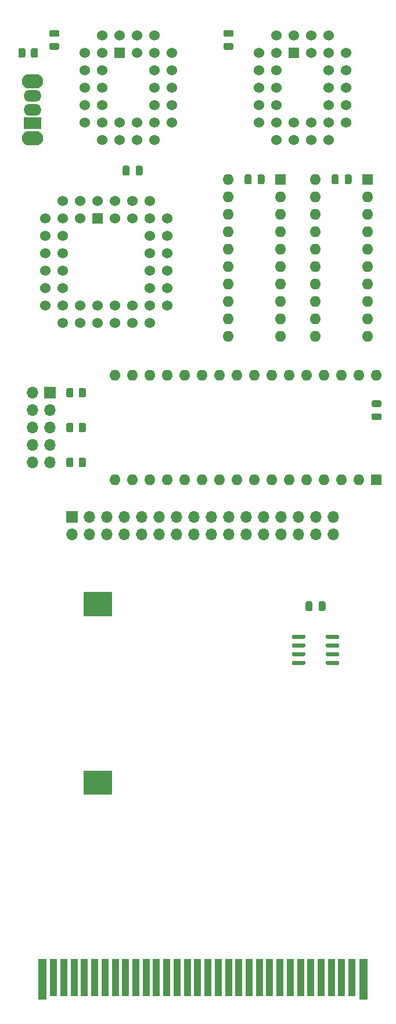
<source format=gts>
%TF.GenerationSoftware,KiCad,Pcbnew,(5.1.10-1-10_14)*%
%TF.CreationDate,2023-03-20T16:19:30+08:00*%
%TF.ProjectId,GB_MemoryBackup_Mainboard,47425f4d-656d-46f7-9279-4261636b7570,1.3*%
%TF.SameCoordinates,Original*%
%TF.FileFunction,Soldermask,Top*%
%TF.FilePolarity,Negative*%
%FSLAX46Y46*%
G04 Gerber Fmt 4.6, Leading zero omitted, Abs format (unit mm)*
G04 Created by KiCad (PCBNEW (5.1.10-1-10_14)) date 2023-03-20 16:19:30*
%MOMM*%
%LPD*%
G01*
G04 APERTURE LIST*
%ADD10O,1.700000X1.700000*%
%ADD11R,1.700000X1.700000*%
%ADD12O,1.600000X1.600000*%
%ADD13R,1.600000X1.600000*%
%ADD14C,1.524400*%
%ADD15R,1.300000X6.000000*%
%ADD16R,1.000000X5.500000*%
%ADD17O,3.102000X2.102000*%
%ADD18O,2.602000X1.702000*%
G04 APERTURE END LIST*
D10*
%TO.C,J4*%
X108650000Y-86660000D03*
X108650000Y-84120000D03*
X106110000Y-86660000D03*
X106110000Y-84120000D03*
X103570000Y-86660000D03*
X103570000Y-84120000D03*
X101030000Y-86660000D03*
X101030000Y-84120000D03*
X98490000Y-86660000D03*
X98490000Y-84120000D03*
X95950000Y-86660000D03*
X95950000Y-84120000D03*
X93410000Y-86660000D03*
X93410000Y-84120000D03*
X90870000Y-86660000D03*
X90870000Y-84120000D03*
X88330000Y-86660000D03*
X88330000Y-84120000D03*
X85790000Y-86660000D03*
X85790000Y-84120000D03*
X83250000Y-86660000D03*
X83250000Y-84120000D03*
X80710000Y-86660000D03*
X80710000Y-84120000D03*
X78170000Y-86660000D03*
X78170000Y-84120000D03*
X75630000Y-86660000D03*
X75630000Y-84120000D03*
X73090000Y-86660000D03*
X73090000Y-84120000D03*
X70550000Y-86660000D03*
D11*
X70550000Y-84120000D03*
%TD*%
D12*
%TO.C,U7*%
X93345000Y-34925000D03*
X100965000Y-57785000D03*
X93345000Y-37465000D03*
X100965000Y-55245000D03*
X93345000Y-40005000D03*
X100965000Y-52705000D03*
X93345000Y-42545000D03*
X100965000Y-50165000D03*
X93345000Y-45085000D03*
X100965000Y-47625000D03*
X93345000Y-47625000D03*
X100965000Y-45085000D03*
X93345000Y-50165000D03*
X100965000Y-42545000D03*
X93345000Y-52705000D03*
X100965000Y-40005000D03*
X93345000Y-55245000D03*
X100965000Y-37465000D03*
X93345000Y-57785000D03*
D13*
X100965000Y-34925000D03*
%TD*%
D12*
%TO.C,U6*%
X106045000Y-34925000D03*
X113665000Y-57785000D03*
X106045000Y-37465000D03*
X113665000Y-55245000D03*
X106045000Y-40005000D03*
X113665000Y-52705000D03*
X106045000Y-42545000D03*
X113665000Y-50165000D03*
X106045000Y-45085000D03*
X113665000Y-47625000D03*
X106045000Y-47625000D03*
X113665000Y-45085000D03*
X106045000Y-50165000D03*
X113665000Y-42545000D03*
X106045000Y-52705000D03*
X113665000Y-40005000D03*
X106045000Y-55245000D03*
X113665000Y-37465000D03*
X106045000Y-57785000D03*
D13*
X113665000Y-34925000D03*
%TD*%
%TO.C,U5*%
G36*
G01*
X107545000Y-101750000D02*
X107545000Y-101450000D01*
G75*
G02*
X107695000Y-101300000I150000J0D01*
G01*
X109345000Y-101300000D01*
G75*
G02*
X109495000Y-101450000I0J-150000D01*
G01*
X109495000Y-101750000D01*
G75*
G02*
X109345000Y-101900000I-150000J0D01*
G01*
X107695000Y-101900000D01*
G75*
G02*
X107545000Y-101750000I0J150000D01*
G01*
G37*
G36*
G01*
X107545000Y-103020000D02*
X107545000Y-102720000D01*
G75*
G02*
X107695000Y-102570000I150000J0D01*
G01*
X109345000Y-102570000D01*
G75*
G02*
X109495000Y-102720000I0J-150000D01*
G01*
X109495000Y-103020000D01*
G75*
G02*
X109345000Y-103170000I-150000J0D01*
G01*
X107695000Y-103170000D01*
G75*
G02*
X107545000Y-103020000I0J150000D01*
G01*
G37*
G36*
G01*
X107545000Y-104290000D02*
X107545000Y-103990000D01*
G75*
G02*
X107695000Y-103840000I150000J0D01*
G01*
X109345000Y-103840000D01*
G75*
G02*
X109495000Y-103990000I0J-150000D01*
G01*
X109495000Y-104290000D01*
G75*
G02*
X109345000Y-104440000I-150000J0D01*
G01*
X107695000Y-104440000D01*
G75*
G02*
X107545000Y-104290000I0J150000D01*
G01*
G37*
G36*
G01*
X107545000Y-105560000D02*
X107545000Y-105260000D01*
G75*
G02*
X107695000Y-105110000I150000J0D01*
G01*
X109345000Y-105110000D01*
G75*
G02*
X109495000Y-105260000I0J-150000D01*
G01*
X109495000Y-105560000D01*
G75*
G02*
X109345000Y-105710000I-150000J0D01*
G01*
X107695000Y-105710000D01*
G75*
G02*
X107545000Y-105560000I0J150000D01*
G01*
G37*
G36*
G01*
X102595000Y-105560000D02*
X102595000Y-105260000D01*
G75*
G02*
X102745000Y-105110000I150000J0D01*
G01*
X104395000Y-105110000D01*
G75*
G02*
X104545000Y-105260000I0J-150000D01*
G01*
X104545000Y-105560000D01*
G75*
G02*
X104395000Y-105710000I-150000J0D01*
G01*
X102745000Y-105710000D01*
G75*
G02*
X102595000Y-105560000I0J150000D01*
G01*
G37*
G36*
G01*
X102595000Y-104290000D02*
X102595000Y-103990000D01*
G75*
G02*
X102745000Y-103840000I150000J0D01*
G01*
X104395000Y-103840000D01*
G75*
G02*
X104545000Y-103990000I0J-150000D01*
G01*
X104545000Y-104290000D01*
G75*
G02*
X104395000Y-104440000I-150000J0D01*
G01*
X102745000Y-104440000D01*
G75*
G02*
X102595000Y-104290000I0J150000D01*
G01*
G37*
G36*
G01*
X102595000Y-103020000D02*
X102595000Y-102720000D01*
G75*
G02*
X102745000Y-102570000I150000J0D01*
G01*
X104395000Y-102570000D01*
G75*
G02*
X104545000Y-102720000I0J-150000D01*
G01*
X104545000Y-103020000D01*
G75*
G02*
X104395000Y-103170000I-150000J0D01*
G01*
X102745000Y-103170000D01*
G75*
G02*
X102595000Y-103020000I0J150000D01*
G01*
G37*
G36*
G01*
X102595000Y-101750000D02*
X102595000Y-101450000D01*
G75*
G02*
X102745000Y-101300000I150000J0D01*
G01*
X104395000Y-101300000D01*
G75*
G02*
X104545000Y-101450000I0J-150000D01*
G01*
X104545000Y-101750000D01*
G75*
G02*
X104395000Y-101900000I-150000J0D01*
G01*
X102745000Y-101900000D01*
G75*
G02*
X102595000Y-101750000I0J150000D01*
G01*
G37*
%TD*%
D12*
%TO.C,U4*%
X114935000Y-63500000D03*
X76835000Y-78740000D03*
X112395000Y-63500000D03*
X79375000Y-78740000D03*
X109855000Y-63500000D03*
X81915000Y-78740000D03*
X107315000Y-63500000D03*
X84455000Y-78740000D03*
X104775000Y-63500000D03*
X86995000Y-78740000D03*
X102235000Y-63500000D03*
X89535000Y-78740000D03*
X99695000Y-63500000D03*
X92075000Y-78740000D03*
X97155000Y-63500000D03*
X94615000Y-78740000D03*
X94615000Y-63500000D03*
X97155000Y-78740000D03*
X92075000Y-63500000D03*
X99695000Y-78740000D03*
X89535000Y-63500000D03*
X102235000Y-78740000D03*
X86995000Y-63500000D03*
X104775000Y-78740000D03*
X84455000Y-63500000D03*
X107315000Y-78740000D03*
X81915000Y-63500000D03*
X109855000Y-78740000D03*
X79375000Y-63500000D03*
X112395000Y-78740000D03*
X76835000Y-63500000D03*
D13*
X114935000Y-78740000D03*
%TD*%
D14*
%TO.C,U3*%
X66675000Y-40640000D03*
X66675000Y-43180000D03*
X66675000Y-45720000D03*
X66675000Y-48260000D03*
X66675000Y-50800000D03*
X69215000Y-38100000D03*
X69215000Y-43180000D03*
X69215000Y-45720000D03*
X69215000Y-48260000D03*
X69215000Y-50800000D03*
X69215000Y-53340000D03*
X69215000Y-55880000D03*
X71755000Y-55880000D03*
X74295000Y-55880000D03*
X76835000Y-55880000D03*
X79375000Y-55880000D03*
X81915000Y-55880000D03*
X66675000Y-53340000D03*
X71755000Y-53340000D03*
X74295000Y-53340000D03*
X76835000Y-53340000D03*
X79375000Y-53340000D03*
X81915000Y-53340000D03*
X84455000Y-53340000D03*
X84455000Y-50800000D03*
X84455000Y-48260000D03*
X84455000Y-45720000D03*
X84455000Y-43180000D03*
X84455000Y-40640000D03*
X81915000Y-50800000D03*
X81915000Y-48260000D03*
X81915000Y-45720000D03*
X81915000Y-43180000D03*
X81915000Y-40640000D03*
X71755000Y-38100000D03*
X74295000Y-38100000D03*
X81915000Y-38100000D03*
X79375000Y-38100000D03*
X76835000Y-38100000D03*
X69215000Y-40640000D03*
X71755000Y-40640000D03*
X79375000Y-40640000D03*
X76835000Y-40640000D03*
G36*
G01*
X75057200Y-39928800D02*
X75057200Y-41351200D01*
G75*
G02*
X75006200Y-41402200I-51000J0D01*
G01*
X73583800Y-41402200D01*
G75*
G02*
X73532800Y-41351200I0J51000D01*
G01*
X73532800Y-39928800D01*
G75*
G02*
X73583800Y-39877800I51000J0D01*
G01*
X75006200Y-39877800D01*
G75*
G02*
X75057200Y-39928800I0J-51000D01*
G01*
G37*
%TD*%
%TO.C,U2*%
X72390000Y-16510000D03*
X72390000Y-19050000D03*
X72390000Y-21590000D03*
X72390000Y-24130000D03*
X74930000Y-19050000D03*
X74930000Y-21590000D03*
X74930000Y-24130000D03*
X74930000Y-26670000D03*
X74930000Y-29210000D03*
X77470000Y-29210000D03*
X80010000Y-29210000D03*
X82550000Y-29210000D03*
X72390000Y-26670000D03*
X77470000Y-26670000D03*
X80010000Y-26670000D03*
X82550000Y-26670000D03*
X85090000Y-26670000D03*
X85090000Y-24130000D03*
X85090000Y-21590000D03*
X85090000Y-19050000D03*
X85090000Y-16510000D03*
X82550000Y-24130000D03*
X82550000Y-21590000D03*
X82550000Y-19050000D03*
X82550000Y-16510000D03*
X74930000Y-13970000D03*
X77470000Y-13970000D03*
X82550000Y-13970000D03*
X80010000Y-13970000D03*
X74930000Y-16510000D03*
X80010000Y-16510000D03*
G36*
G01*
X78232200Y-15798800D02*
X78232200Y-17221200D01*
G75*
G02*
X78181200Y-17272200I-51000J0D01*
G01*
X76758800Y-17272200D01*
G75*
G02*
X76707800Y-17221200I0J51000D01*
G01*
X76707800Y-15798800D01*
G75*
G02*
X76758800Y-15747800I51000J0D01*
G01*
X78181200Y-15747800D01*
G75*
G02*
X78232200Y-15798800I0J-51000D01*
G01*
G37*
%TD*%
%TO.C,U1*%
X97790000Y-16510000D03*
X97790000Y-19050000D03*
X97790000Y-21590000D03*
X97790000Y-24130000D03*
X100330000Y-19050000D03*
X100330000Y-21590000D03*
X100330000Y-24130000D03*
X100330000Y-26670000D03*
X100330000Y-29210000D03*
X102870000Y-29210000D03*
X105410000Y-29210000D03*
X107950000Y-29210000D03*
X97790000Y-26670000D03*
X102870000Y-26670000D03*
X105410000Y-26670000D03*
X107950000Y-26670000D03*
X110490000Y-26670000D03*
X110490000Y-24130000D03*
X110490000Y-21590000D03*
X110490000Y-19050000D03*
X110490000Y-16510000D03*
X107950000Y-24130000D03*
X107950000Y-21590000D03*
X107950000Y-19050000D03*
X107950000Y-16510000D03*
X100330000Y-13970000D03*
X102870000Y-13970000D03*
X107950000Y-13970000D03*
X105410000Y-13970000D03*
X100330000Y-16510000D03*
X105410000Y-16510000D03*
G36*
G01*
X103632200Y-15798800D02*
X103632200Y-17221200D01*
G75*
G02*
X103581200Y-17272200I-51000J0D01*
G01*
X102158800Y-17272200D01*
G75*
G02*
X102107800Y-17221200I0J51000D01*
G01*
X102107800Y-15798800D01*
G75*
G02*
X102158800Y-15747800I51000J0D01*
G01*
X103581200Y-15747800D01*
G75*
G02*
X103632200Y-15798800I0J-51000D01*
G01*
G37*
%TD*%
%TO.C,C7*%
G36*
G01*
X96705000Y-34450000D02*
X96705000Y-35400000D01*
G75*
G02*
X96455000Y-35650000I-250000J0D01*
G01*
X95955000Y-35650000D01*
G75*
G02*
X95705000Y-35400000I0J250000D01*
G01*
X95705000Y-34450000D01*
G75*
G02*
X95955000Y-34200000I250000J0D01*
G01*
X96455000Y-34200000D01*
G75*
G02*
X96705000Y-34450000I0J-250000D01*
G01*
G37*
G36*
G01*
X98605000Y-34450000D02*
X98605000Y-35400000D01*
G75*
G02*
X98355000Y-35650000I-250000J0D01*
G01*
X97855000Y-35650000D01*
G75*
G02*
X97605000Y-35400000I0J250000D01*
G01*
X97605000Y-34450000D01*
G75*
G02*
X97855000Y-34200000I250000J0D01*
G01*
X98355000Y-34200000D01*
G75*
G02*
X98605000Y-34450000I0J-250000D01*
G01*
G37*
%TD*%
%TO.C,C6*%
G36*
G01*
X109405000Y-34450000D02*
X109405000Y-35400000D01*
G75*
G02*
X109155000Y-35650000I-250000J0D01*
G01*
X108655000Y-35650000D01*
G75*
G02*
X108405000Y-35400000I0J250000D01*
G01*
X108405000Y-34450000D01*
G75*
G02*
X108655000Y-34200000I250000J0D01*
G01*
X109155000Y-34200000D01*
G75*
G02*
X109405000Y-34450000I0J-250000D01*
G01*
G37*
G36*
G01*
X111305000Y-34450000D02*
X111305000Y-35400000D01*
G75*
G02*
X111055000Y-35650000I-250000J0D01*
G01*
X110555000Y-35650000D01*
G75*
G02*
X110305000Y-35400000I0J250000D01*
G01*
X110305000Y-34450000D01*
G75*
G02*
X110555000Y-34200000I250000J0D01*
G01*
X111055000Y-34200000D01*
G75*
G02*
X111305000Y-34450000I0J-250000D01*
G01*
G37*
%TD*%
%TO.C,C5*%
G36*
G01*
X106495000Y-97630000D02*
X106495000Y-96680000D01*
G75*
G02*
X106745000Y-96430000I250000J0D01*
G01*
X107245000Y-96430000D01*
G75*
G02*
X107495000Y-96680000I0J-250000D01*
G01*
X107495000Y-97630000D01*
G75*
G02*
X107245000Y-97880000I-250000J0D01*
G01*
X106745000Y-97880000D01*
G75*
G02*
X106495000Y-97630000I0J250000D01*
G01*
G37*
G36*
G01*
X104595000Y-97630000D02*
X104595000Y-96680000D01*
G75*
G02*
X104845000Y-96430000I250000J0D01*
G01*
X105345000Y-96430000D01*
G75*
G02*
X105595000Y-96680000I0J-250000D01*
G01*
X105595000Y-97630000D01*
G75*
G02*
X105345000Y-97880000I-250000J0D01*
G01*
X104845000Y-97880000D01*
G75*
G02*
X104595000Y-97630000I0J250000D01*
G01*
G37*
%TD*%
%TO.C,C4*%
G36*
G01*
X115410000Y-68130000D02*
X114460000Y-68130000D01*
G75*
G02*
X114210000Y-67880000I0J250000D01*
G01*
X114210000Y-67380000D01*
G75*
G02*
X114460000Y-67130000I250000J0D01*
G01*
X115410000Y-67130000D01*
G75*
G02*
X115660000Y-67380000I0J-250000D01*
G01*
X115660000Y-67880000D01*
G75*
G02*
X115410000Y-68130000I-250000J0D01*
G01*
G37*
G36*
G01*
X115410000Y-70030000D02*
X114460000Y-70030000D01*
G75*
G02*
X114210000Y-69780000I0J250000D01*
G01*
X114210000Y-69280000D01*
G75*
G02*
X114460000Y-69030000I250000J0D01*
G01*
X115410000Y-69030000D01*
G75*
G02*
X115660000Y-69280000I0J-250000D01*
G01*
X115660000Y-69780000D01*
G75*
G02*
X115410000Y-70030000I-250000J0D01*
G01*
G37*
%TD*%
%TO.C,BT1*%
G36*
G01*
X72295000Y-95104000D02*
X76295000Y-95104000D01*
G75*
G02*
X76346000Y-95155000I0J-51000D01*
G01*
X76346000Y-98555000D01*
G75*
G02*
X76295000Y-98606000I-51000J0D01*
G01*
X72295000Y-98606000D01*
G75*
G02*
X72244000Y-98555000I0J51000D01*
G01*
X72244000Y-95155000D01*
G75*
G02*
X72295000Y-95104000I51000J0D01*
G01*
G37*
G36*
G01*
X72295000Y-121104000D02*
X76295000Y-121104000D01*
G75*
G02*
X76346000Y-121155000I0J-51000D01*
G01*
X76346000Y-124555000D01*
G75*
G02*
X76295000Y-124606000I-51000J0D01*
G01*
X72295000Y-124606000D01*
G75*
G02*
X72244000Y-124555000I0J51000D01*
G01*
X72244000Y-121155000D01*
G75*
G02*
X72295000Y-121104000I51000J0D01*
G01*
G37*
%TD*%
D15*
%TO.C,J1*%
X113000000Y-151500000D03*
D16*
X111350000Y-151250000D03*
X109850000Y-151250000D03*
X108350000Y-151250000D03*
X106850000Y-151250000D03*
X105350000Y-151250000D03*
X103850000Y-151250000D03*
X102350000Y-151250000D03*
X100850000Y-151250000D03*
X99350000Y-151250000D03*
X97850000Y-151250000D03*
X96350000Y-151250000D03*
X94850000Y-151250000D03*
X93350000Y-151250000D03*
X91850000Y-151250000D03*
X90350000Y-151250000D03*
X88850000Y-151250000D03*
X87350000Y-151250000D03*
X85850000Y-151250000D03*
X84350000Y-151250000D03*
X82850000Y-151250000D03*
X81350000Y-151250000D03*
X79850000Y-151250000D03*
X78350000Y-151250000D03*
X76850000Y-151250000D03*
X75350000Y-151250000D03*
X73850000Y-151250000D03*
X72350000Y-151250000D03*
X70850000Y-151250000D03*
X69350000Y-151250000D03*
X67850000Y-151250000D03*
D15*
X66200000Y-151500000D03*
%TD*%
D17*
%TO.C,SW1*%
X64770000Y-20615000D03*
X64770000Y-28915000D03*
D18*
X64770000Y-22765000D03*
X64770000Y-24765000D03*
G36*
G01*
X66020000Y-27616000D02*
X63520000Y-27616000D01*
G75*
G02*
X63469000Y-27565000I0J51000D01*
G01*
X63469000Y-25965000D01*
G75*
G02*
X63520000Y-25914000I51000J0D01*
G01*
X66020000Y-25914000D01*
G75*
G02*
X66071000Y-25965000I0J-51000D01*
G01*
X66071000Y-27565000D01*
G75*
G02*
X66020000Y-27616000I-51000J0D01*
G01*
G37*
%TD*%
%TO.C,R13*%
G36*
G01*
X70720000Y-65589998D02*
X70720000Y-66490002D01*
G75*
G02*
X70470002Y-66740000I-249998J0D01*
G01*
X69944998Y-66740000D01*
G75*
G02*
X69695000Y-66490002I0J249998D01*
G01*
X69695000Y-65589998D01*
G75*
G02*
X69944998Y-65340000I249998J0D01*
G01*
X70470002Y-65340000D01*
G75*
G02*
X70720000Y-65589998I0J-249998D01*
G01*
G37*
G36*
G01*
X72545000Y-65589998D02*
X72545000Y-66490002D01*
G75*
G02*
X72295002Y-66740000I-249998J0D01*
G01*
X71769998Y-66740000D01*
G75*
G02*
X71520000Y-66490002I0J249998D01*
G01*
X71520000Y-65589998D01*
G75*
G02*
X71769998Y-65340000I249998J0D01*
G01*
X72295002Y-65340000D01*
G75*
G02*
X72545000Y-65589998I0J-249998D01*
G01*
G37*
%TD*%
%TO.C,R12*%
G36*
G01*
X70720000Y-75749998D02*
X70720000Y-76650002D01*
G75*
G02*
X70470002Y-76900000I-249998J0D01*
G01*
X69944998Y-76900000D01*
G75*
G02*
X69695000Y-76650002I0J249998D01*
G01*
X69695000Y-75749998D01*
G75*
G02*
X69944998Y-75500000I249998J0D01*
G01*
X70470002Y-75500000D01*
G75*
G02*
X70720000Y-75749998I0J-249998D01*
G01*
G37*
G36*
G01*
X72545000Y-75749998D02*
X72545000Y-76650002D01*
G75*
G02*
X72295002Y-76900000I-249998J0D01*
G01*
X71769998Y-76900000D01*
G75*
G02*
X71520000Y-76650002I0J249998D01*
G01*
X71520000Y-75749998D01*
G75*
G02*
X71769998Y-75500000I249998J0D01*
G01*
X72295002Y-75500000D01*
G75*
G02*
X72545000Y-75749998I0J-249998D01*
G01*
G37*
%TD*%
%TO.C,R11*%
G36*
G01*
X70720000Y-70669998D02*
X70720000Y-71570002D01*
G75*
G02*
X70470002Y-71820000I-249998J0D01*
G01*
X69944998Y-71820000D01*
G75*
G02*
X69695000Y-71570002I0J249998D01*
G01*
X69695000Y-70669998D01*
G75*
G02*
X69944998Y-70420000I249998J0D01*
G01*
X70470002Y-70420000D01*
G75*
G02*
X70720000Y-70669998I0J-249998D01*
G01*
G37*
G36*
G01*
X72545000Y-70669998D02*
X72545000Y-71570002D01*
G75*
G02*
X72295002Y-71820000I-249998J0D01*
G01*
X71769998Y-71820000D01*
G75*
G02*
X71520000Y-71570002I0J249998D01*
G01*
X71520000Y-70669998D01*
G75*
G02*
X71769998Y-70420000I249998J0D01*
G01*
X72295002Y-70420000D01*
G75*
G02*
X72545000Y-70669998I0J-249998D01*
G01*
G37*
%TD*%
%TO.C,R1*%
G36*
G01*
X64535000Y-16960002D02*
X64535000Y-16059998D01*
G75*
G02*
X64784998Y-15810000I249998J0D01*
G01*
X65310002Y-15810000D01*
G75*
G02*
X65560000Y-16059998I0J-249998D01*
G01*
X65560000Y-16960002D01*
G75*
G02*
X65310002Y-17210000I-249998J0D01*
G01*
X64784998Y-17210000D01*
G75*
G02*
X64535000Y-16960002I0J249998D01*
G01*
G37*
G36*
G01*
X62710000Y-16960002D02*
X62710000Y-16059998D01*
G75*
G02*
X62959998Y-15810000I249998J0D01*
G01*
X63485002Y-15810000D01*
G75*
G02*
X63735000Y-16059998I0J-249998D01*
G01*
X63735000Y-16960002D01*
G75*
G02*
X63485002Y-17210000I-249998J0D01*
G01*
X62959998Y-17210000D01*
G75*
G02*
X62710000Y-16960002I0J249998D01*
G01*
G37*
%TD*%
D11*
%TO.C,J3*%
X67310000Y-66040000D03*
D10*
X64770000Y-66040000D03*
X67310000Y-68580000D03*
X64770000Y-68580000D03*
X67310000Y-71120000D03*
X64770000Y-71120000D03*
X67310000Y-73660000D03*
X64770000Y-73660000D03*
X67310000Y-76200000D03*
X64770000Y-76200000D03*
%TD*%
%TO.C,C3*%
G36*
G01*
X78925000Y-33180000D02*
X78925000Y-34130000D01*
G75*
G02*
X78675000Y-34380000I-250000J0D01*
G01*
X78175000Y-34380000D01*
G75*
G02*
X77925000Y-34130000I0J250000D01*
G01*
X77925000Y-33180000D01*
G75*
G02*
X78175000Y-32930000I250000J0D01*
G01*
X78675000Y-32930000D01*
G75*
G02*
X78925000Y-33180000I0J-250000D01*
G01*
G37*
G36*
G01*
X80825000Y-33180000D02*
X80825000Y-34130000D01*
G75*
G02*
X80575000Y-34380000I-250000J0D01*
G01*
X80075000Y-34380000D01*
G75*
G02*
X79825000Y-34130000I0J250000D01*
G01*
X79825000Y-33180000D01*
G75*
G02*
X80075000Y-32930000I250000J0D01*
G01*
X80575000Y-32930000D01*
G75*
G02*
X80825000Y-33180000I0J-250000D01*
G01*
G37*
%TD*%
%TO.C,C2*%
G36*
G01*
X68420000Y-14155000D02*
X67470000Y-14155000D01*
G75*
G02*
X67220000Y-13905000I0J250000D01*
G01*
X67220000Y-13405000D01*
G75*
G02*
X67470000Y-13155000I250000J0D01*
G01*
X68420000Y-13155000D01*
G75*
G02*
X68670000Y-13405000I0J-250000D01*
G01*
X68670000Y-13905000D01*
G75*
G02*
X68420000Y-14155000I-250000J0D01*
G01*
G37*
G36*
G01*
X68420000Y-16055000D02*
X67470000Y-16055000D01*
G75*
G02*
X67220000Y-15805000I0J250000D01*
G01*
X67220000Y-15305000D01*
G75*
G02*
X67470000Y-15055000I250000J0D01*
G01*
X68420000Y-15055000D01*
G75*
G02*
X68670000Y-15305000I0J-250000D01*
G01*
X68670000Y-15805000D01*
G75*
G02*
X68420000Y-16055000I-250000J0D01*
G01*
G37*
%TD*%
%TO.C,C1*%
G36*
G01*
X93820000Y-14155000D02*
X92870000Y-14155000D01*
G75*
G02*
X92620000Y-13905000I0J250000D01*
G01*
X92620000Y-13405000D01*
G75*
G02*
X92870000Y-13155000I250000J0D01*
G01*
X93820000Y-13155000D01*
G75*
G02*
X94070000Y-13405000I0J-250000D01*
G01*
X94070000Y-13905000D01*
G75*
G02*
X93820000Y-14155000I-250000J0D01*
G01*
G37*
G36*
G01*
X93820000Y-16055000D02*
X92870000Y-16055000D01*
G75*
G02*
X92620000Y-15805000I0J250000D01*
G01*
X92620000Y-15305000D01*
G75*
G02*
X92870000Y-15055000I250000J0D01*
G01*
X93820000Y-15055000D01*
G75*
G02*
X94070000Y-15305000I0J-250000D01*
G01*
X94070000Y-15805000D01*
G75*
G02*
X93820000Y-16055000I-250000J0D01*
G01*
G37*
%TD*%
M02*

</source>
